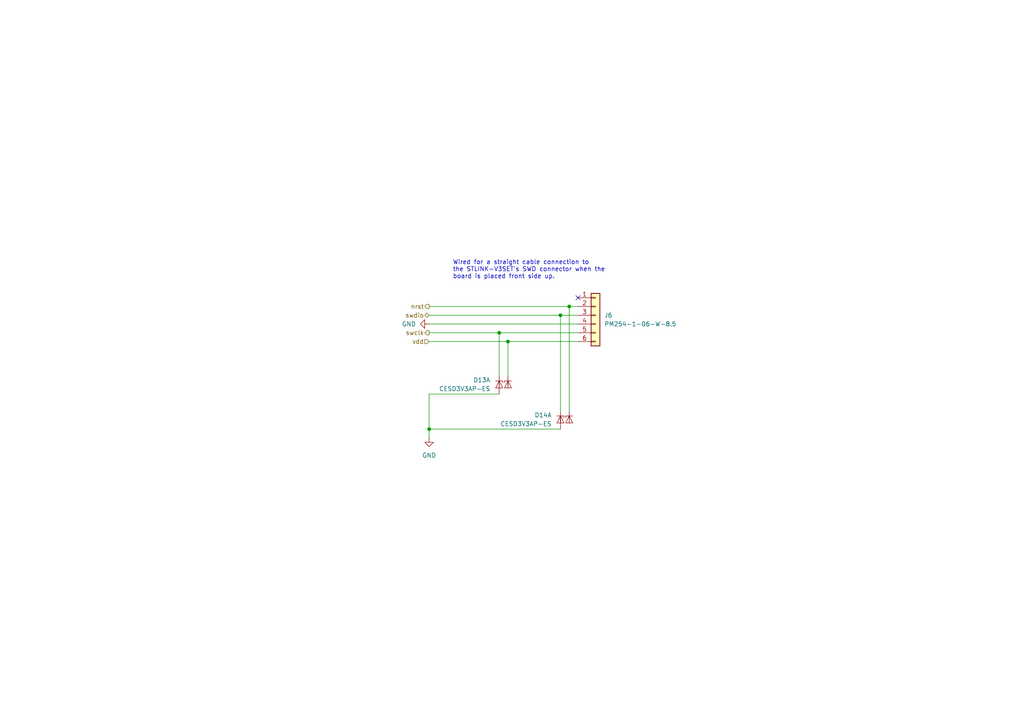
<source format=kicad_sch>
(kicad_sch (version 20250114) (generator "eeschema") (generator_version "9.0")
  (paper "A4")
  (title_block (title "SWD debug port") (date "2024-11-14") (rev "Rev1") (comment 1 "Author: Aidan MacDonald"))
  (lib_symbols
    (symbol "Connector_Generic:Conn_01x06" (pin_names (offset 1.016) (hide yes))
      (property "Reference" "J" (at 0 7.62 0))
      (property "Value" "Conn_01x06" (at 0 -10.16 0))
      (symbol "Conn_01x06_1_1"
        (rectangle (start -1.27 6.35) (end 1.27 -8.89) (stroke (width 0.254)) (fill (type background)))
        (rectangle (start -1.27 5.207) (end 0 4.953) (stroke (width 0.1524)))
        (rectangle (start -1.27 2.667) (end 0 2.413) (stroke (width 0.1524)))
        (rectangle (start -1.27 0.127) (end 0 -0.127) (stroke (width 0.1524)))
        (rectangle (start -1.27 -2.413) (end 0 -2.667) (stroke (width 0.1524)))
        (rectangle (start -1.27 -4.953) (end 0 -5.207) (stroke (width 0.1524)))
        (rectangle (start -1.27 -7.493) (end 0 -7.747) (stroke (width 0.1524)))
        (pin passive line (at -5.08 5.08 0) (length 3.81) (name "Pin_1") (number "1"))
        (pin passive line (at -5.08 2.54 0) (length 3.81) (name "Pin_2") (number "2"))
        (pin passive line (at -5.08 0 0) (length 3.81) (name "Pin_3") (number "3"))
        (pin passive line (at -5.08 -2.54 0) (length 3.81) (name "Pin_4") (number "4"))
        (pin passive line (at -5.08 -5.08 0) (length 3.81) (name "Pin_5") (number "5"))
        (pin passive line (at -5.08 -7.62 0) (length 3.81) (name "Pin_6") (number "6"))
      )
    )
    (symbol "echoplayer:CESD3V3AP-ES" (pin_numbers (hide yes)) (pin_names (hide yes))
      (property "Reference" "D" (at -1.524 2.54 0))
      (property "Value" "CESD3V3AP-ES" (at 0 -2.54 0))
      (symbol "CESD3V3AP-ES_0_1"
        (polyline (pts (xy -1.27 1.016) (xy -1.27 -1.016) (xy -0.762 -1.016)))
        (polyline (pts (xy 0.762 1.016) (xy -1.27 0) (xy 0.762 -1.016) (xy 0.762 1.016)))
        (polyline (pts (xy 0.762 0) (xy -1.27 0)))
      )
      (symbol "CESD3V3AP-ES_1_1"
        (pin passive line (at -2.54 0 0) (length 2.54) (name "K1") (number "1"))
        (pin passive line (at 2.54 0 180) (length 2.54) (name "A") (number "3"))
      )
      (symbol "CESD3V3AP-ES_2_1"
        (pin passive line (at -2.54 0 0) (length 2.54) (name "K2") (number "2"))
      )
    )
    (symbol "power:GND" (power) (pin_numbers (hide yes)) (pin_names (offset 0) (hide yes))
      (property "Value" "GND" (at 0 -3.81 0))
      (symbol "GND_0_1"
        (polyline (pts (xy 0 0) (xy 0 -1.27) (xy 1.27 -1.27) (xy 0 -2.54) (xy -1.27 -1.27) (xy 0 -1.27)))
      )
      (symbol "GND_1_1"
        (pin power_in line (at 0 0 270) (length 0) (name "~") (number "1"))
      )
    )
  )
  (text "Wired for a straight cable connection to\nthe STLINK-V3SET's SWD connector when the\nboard is placed front side up." (at 131.318 78.232 0) (effects (font (size 1.27 1.27)) (justify left)))
  (junction (at 147.32 99.06))
  (junction (at 165.1 88.9))
  (junction (at 144.78 96.52))
  (junction (at 162.56 91.44))
  (junction (at 124.46 124.46))
  (no_connect (at 167.64 86.36))
  (wire (pts (xy 124.46 114.3) (xy 144.78 114.3)))
  (wire (pts (xy 144.78 96.52) (xy 144.78 109.22)))
  (wire (pts (xy 124.46 91.44) (xy 162.56 91.44)))
  (wire (pts (xy 165.1 88.9) (xy 167.64 88.9)))
  (wire (pts (xy 147.32 99.06) (xy 167.64 99.06)))
  (wire (pts (xy 124.46 88.9) (xy 165.1 88.9)))
  (wire (pts (xy 162.56 91.44) (xy 162.56 119.38)))
  (wire (pts (xy 124.46 93.98) (xy 167.64 93.98)))
  (wire (pts (xy 124.46 124.46) (xy 162.56 124.46)))
  (wire (pts (xy 124.46 96.52) (xy 144.78 96.52)))
  (wire (pts (xy 124.46 114.3) (xy 124.46 124.46)))
  (wire (pts (xy 162.56 91.44) (xy 167.64 91.44)))
  (wire (pts (xy 144.78 96.52) (xy 167.64 96.52)))
  (wire (pts (xy 124.46 99.06) (xy 147.32 99.06)))
  (wire (pts (xy 147.32 99.06) (xy 147.32 109.22)))
  (wire (pts (xy 124.46 124.46) (xy 124.46 127)))
  (wire (pts (xy 165.1 88.9) (xy 165.1 119.38)))
  (hierarchical_label "vdd" (shape input) (at 124.46 99.06 180))
  (hierarchical_label "swclk" (shape output) (at 124.46 96.52 180))
  (hierarchical_label "nrst" (shape output) (at 124.46 88.9 180))
  (hierarchical_label "swdio" (shape bidirectional) (at 124.46 91.44 180))
  (symbol (lib_id "echoplayer:CESD3V3AP-ES") (at 162.56 121.92 90) (mirror x) (unit 1)
    (property "Reference" "D14" (at 160.02 120.3959 90) (effects (justify left)))
    (property "Value" "CESD3V3AP-ES" (at 160.02 122.9359 90) (effects (justify left)))
    (property "Footprint" "Package_TO_SOT_SMD:SOT-23" (effects (hide yes)))
    (property "Datasheet" "https://www.lcsc.com/datasheet/lcsc_datasheet_2409051031_ElecSuper-CESD3V3AP-ES_C5199223.pdf" (effects (hide yes)))
    (property "Description" "Unidirectional dual ESD protection diode array, 3.3V, Common Anode, SOT-23" (effects (hide yes)))
    (property "LCSC#" "C5199223" (effects (hide yes)))
  )
  (symbol (lib_id "power:GND") (at 124.46 93.98 270) (unit 1)
    (property "Reference" "#PWR040" (effects (hide yes)))
    (property "Value" "GND" (at 120.65 93.9799 90) (effects (justify right)))
    (property "Description" "Power symbol creates a global label with name \"GND\" , ground" (effects (hide yes)))
  )
  (symbol (lib_id "power:GND") (at 124.46 127 0) (unit 1)
    (property "Reference" "#PWR041" (effects (hide yes)))
    (property "Value" "GND" (at 124.46 132.08 0))
    (property "Description" "Power symbol creates a global label with name \"GND\" , ground" (effects (hide yes)))
  )
  (symbol (lib_id "echoplayer:CESD3V3AP-ES") (at 147.32 111.76 270) (unit 2)
    (property "Reference" "D13" (effects (hide yes)))
    (property "Value" "CESD3V3AP-ES" (effects (hide yes)))
    (property "Footprint" "Package_TO_SOT_SMD:SOT-23" (effects (hide yes)))
    (property "Datasheet" "https://www.lcsc.com/datasheet/lcsc_datasheet_2409051031_ElecSuper-CESD3V3AP-ES_C5199223.pdf" (effects (hide yes)))
    (property "Description" "Unidirectional dual ESD protection diode array, 3.3V, Common Anode, SOT-23" (effects (hide yes)))
    (property "LCSC#" "C5199223" (effects (hide yes)))
  )
  (symbol (lib_id "echoplayer:CESD3V3AP-ES") (at 144.78 111.76 90) (mirror x) (unit 1)
    (property "Reference" "D13" (at 142.24 110.2359 90) (effects (justify left)))
    (property "Value" "CESD3V3AP-ES" (at 142.24 112.7759 90) (effects (justify left)))
    (property "Footprint" "Package_TO_SOT_SMD:SOT-23" (effects (hide yes)))
    (property "Datasheet" "https://www.lcsc.com/datasheet/lcsc_datasheet_2409051031_ElecSuper-CESD3V3AP-ES_C5199223.pdf" (effects (hide yes)))
    (property "Description" "Unidirectional dual ESD protection diode array, 3.3V, Common Anode, SOT-23" (effects (hide yes)))
    (property "LCSC#" "C5199223" (effects (hide yes)))
  )
  (symbol (lib_id "echoplayer:CESD3V3AP-ES") (at 165.1 121.92 270) (unit 2)
    (property "Reference" "D14" (effects (hide yes)))
    (property "Value" "CESD3V3AP-ES" (effects (hide yes)))
    (property "Footprint" "Package_TO_SOT_SMD:SOT-23" (effects (hide yes)))
    (property "Datasheet" "https://www.lcsc.com/datasheet/lcsc_datasheet_2409051031_ElecSuper-CESD3V3AP-ES_C5199223.pdf" (effects (hide yes)))
    (property "Description" "Unidirectional dual ESD protection diode array, 3.3V, Common Anode, SOT-23" (effects (hide yes)))
    (property "LCSC#" "C5199223" (effects (hide yes)))
  )
  (symbol (lib_id "Connector_Generic:Conn_01x06") (at 172.72 91.44 0) (unit 1)
    (property "Reference" "J6" (at 175.26 91.4399 0) (effects (justify left)))
    (property "Value" "PM254-1-06-W-8.5" (at 175.26 93.9799 0) (effects (justify left)))
    (property "Footprint" "Connector_PinSocket_2.54mm:PinSocket_1x06_P2.54mm_Horizontal" (effects (hide yes)))
    (property "Datasheet" "https://www.lcsc.com/datasheet/lcsc_datasheet_2306091006_HCTL-PM254-1-06-W-8-5_C2897388.pdf" (effects (hide yes)))
    (property "Description" "Generic connector, single row, 01x06, script generated (kicad-library-utils/schlib/autogen/connector/)" (effects (hide yes)))
    (property "LCSC#" "C2897388" (effects (hide yes)))
  )
)
</source>
